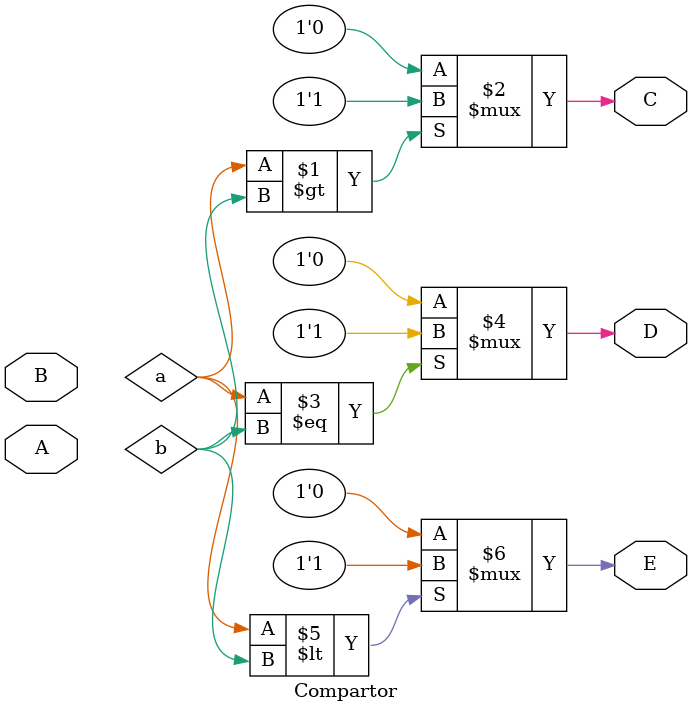
<source format=v>
module Compartor(A, B, C, D, E);
	input [3:0] A, B;
	output C, D, E;

	assign C = (a >  b) ? 1'b1 : 1'b0;
	assign D = (a == b) ? 1'b1 : 1'b0;
	assign E = (a <  b) ? 1'b1 : 1'b0;

endmodule

</source>
